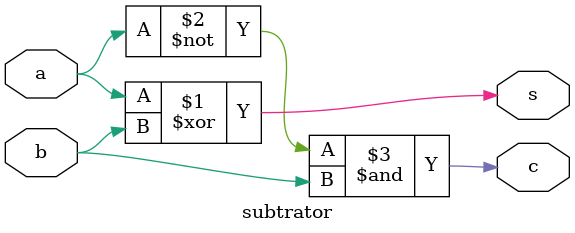
<source format=v>
module subtrator(a,b,c,s);

    input a,b;
    output c,s;

    assign s = a ^ b;
    assign c = (~a)& b;
    
endmodule
</source>
